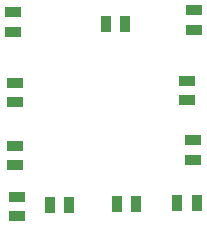
<source format=gbr>
G04 #@! TF.GenerationSoftware,KiCad,Pcbnew,(5.1.10)-1*
G04 #@! TF.CreationDate,2021-10-20T16:57:21-04:00*
G04 #@! TF.ProjectId,Main_Board,4d61696e-5f42-46f6-9172-642e6b696361,rev?*
G04 #@! TF.SameCoordinates,Original*
G04 #@! TF.FileFunction,Paste,Bot*
G04 #@! TF.FilePolarity,Positive*
%FSLAX46Y46*%
G04 Gerber Fmt 4.6, Leading zero omitted, Abs format (unit mm)*
G04 Created by KiCad (PCBNEW (5.1.10)-1) date 2021-10-20 16:57:21*
%MOMM*%
%LPD*%
G01*
G04 APERTURE LIST*
%ADD10R,1.390000X0.910000*%
%ADD11R,0.910000X1.390000*%
G04 APERTURE END LIST*
D10*
X111874300Y-60586200D03*
X111874300Y-58946200D03*
X112229900Y-76207200D03*
X112229900Y-74567200D03*
D11*
X114991300Y-75234800D03*
X116631300Y-75234800D03*
X122270100Y-75184000D03*
X120630100Y-75184000D03*
X125760900Y-75107800D03*
X127400900Y-75107800D03*
D10*
X127088900Y-69766600D03*
X127088900Y-71406600D03*
X126606300Y-66359200D03*
X126606300Y-64719200D03*
X127215900Y-60408400D03*
X127215900Y-58768400D03*
D11*
X119715700Y-59893200D03*
X121355700Y-59893200D03*
D10*
X112026700Y-70223800D03*
X112026700Y-71863800D03*
X112026700Y-64915200D03*
X112026700Y-66555200D03*
M02*

</source>
